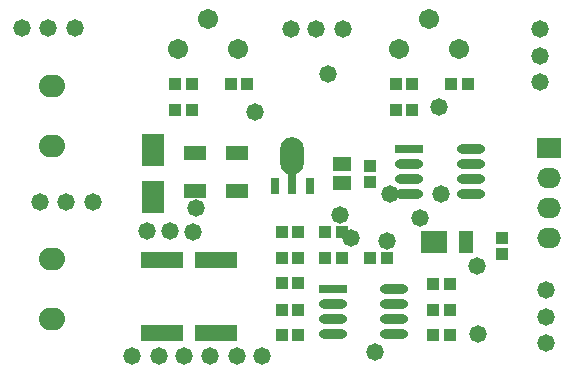
<source format=gts>
%FSLAX25Y25*%
%MOIN*%
G70*
G01*
G75*
%ADD10C,0.01000*%
%ADD11R,0.06693X0.03937*%
%ADD12O,0.08661X0.02362*%
%ADD13R,0.13465X0.04921*%
%ADD14R,0.08661X0.02362*%
%ADD15R,0.01969X0.07087*%
%ADD16O,0.07087X0.11811*%
%ADD17R,0.01969X0.04724*%
%ADD18R,0.06693X0.09843*%
%ADD19R,0.08000X0.06693*%
%ADD20R,0.03937X0.06693*%
%ADD21R,0.05118X0.03937*%
%ADD22R,0.03150X0.03543*%
%ADD23R,0.03543X0.03150*%
%ADD24C,0.04000*%
%ADD25C,0.02000*%
%ADD26C,0.01500*%
%ADD27O,0.07874X0.06693*%
%ADD28C,0.05906*%
%ADD29O,0.07087X0.05906*%
%ADD30R,0.07087X0.05906*%
%ADD31C,0.05000*%
%ADD32C,0.00787*%
%ADD33C,0.00984*%
%ADD34C,0.00600*%
%ADD35C,0.00800*%
%ADD36R,0.07493X0.04737*%
%ADD37O,0.09461X0.03162*%
%ADD38R,0.14265X0.05721*%
%ADD39R,0.09461X0.03162*%
%ADD40R,0.02768X0.07887*%
%ADD41O,0.07887X0.12611*%
%ADD42R,0.02768X0.05524*%
%ADD43R,0.07493X0.10643*%
%ADD44R,0.08800X0.07493*%
%ADD45R,0.04737X0.07493*%
%ADD46R,0.05918X0.04737*%
%ADD47R,0.03950X0.04343*%
%ADD48R,0.04343X0.03950*%
%ADD49O,0.08674X0.07493*%
%ADD50C,0.06706*%
%ADD51O,0.07887X0.06706*%
%ADD52R,0.07887X0.06706*%
%ADD53C,0.05800*%
D36*
X988337Y812582D02*
D03*
Y825180D02*
D03*
X1002337Y812582D02*
D03*
Y825180D02*
D03*
D37*
X1054810Y774881D02*
D03*
X1034337Y764881D02*
D03*
X1054810D02*
D03*
X1034337Y769881D02*
D03*
X1054810D02*
D03*
X1034337Y774881D02*
D03*
X1054810Y779881D02*
D03*
X1059837Y821381D02*
D03*
Y816381D02*
D03*
Y811381D02*
D03*
X1080310Y826381D02*
D03*
Y821381D02*
D03*
Y816381D02*
D03*
Y811381D02*
D03*
D38*
X995337Y765176D02*
D03*
Y789586D02*
D03*
X977337Y765176D02*
D03*
Y789586D02*
D03*
D39*
X1034337Y779881D02*
D03*
X1059837Y826381D02*
D03*
D40*
X1020837Y815369D02*
D03*
D41*
Y824031D02*
D03*
D42*
X1026743Y814188D02*
D03*
X1014932D02*
D03*
D43*
X974337Y826255D02*
D03*
Y810507D02*
D03*
D44*
X1068038Y795381D02*
D03*
D45*
X1078636D02*
D03*
D46*
X1037337Y815232D02*
D03*
Y821531D02*
D03*
D47*
X1052349Y790181D02*
D03*
X1046837D02*
D03*
X1022837Y790181D02*
D03*
X1017325D02*
D03*
X1031826D02*
D03*
X1037337D02*
D03*
X1073337Y772881D02*
D03*
X1067826D02*
D03*
X1073337Y764381D02*
D03*
X1067826D02*
D03*
X1017325D02*
D03*
X1022837D02*
D03*
X1031837Y798781D02*
D03*
X1037349D02*
D03*
X981837Y839676D02*
D03*
X987349D02*
D03*
X1060849D02*
D03*
X1055337D02*
D03*
X1017325Y798781D02*
D03*
X1022837D02*
D03*
X1060837Y848276D02*
D03*
X1055326D02*
D03*
X1000325D02*
D03*
X1005837D02*
D03*
X1079337D02*
D03*
X1073825D02*
D03*
X981826D02*
D03*
X987337D02*
D03*
X1017337Y781881D02*
D03*
X1022849D02*
D03*
Y772881D02*
D03*
X1017337D02*
D03*
X1067826Y781381D02*
D03*
X1073337D02*
D03*
D48*
X1090837Y796881D02*
D03*
Y791369D02*
D03*
X1046837Y820881D02*
D03*
Y815369D02*
D03*
D49*
X940837Y847381D02*
D03*
Y827381D02*
D03*
Y789881D02*
D03*
Y769881D02*
D03*
D50*
X1066337Y869881D02*
D03*
X1056337Y859881D02*
D03*
X1076337D02*
D03*
X1002837D02*
D03*
X982837D02*
D03*
X992837Y869881D02*
D03*
D51*
X1106337Y806881D02*
D03*
Y796881D02*
D03*
Y816881D02*
D03*
D52*
Y826881D02*
D03*
D53*
X1070337Y811381D02*
D03*
X1069837Y840381D02*
D03*
X1036837Y804381D02*
D03*
X1082837Y764881D02*
D03*
D03*
X1082337Y787381D02*
D03*
X1052349Y795869D02*
D03*
X1063337Y803381D02*
D03*
X1048337Y758881D02*
D03*
X1008337Y838881D02*
D03*
X1040337Y796881D02*
D03*
X1053337Y811381D02*
D03*
X988837Y806881D02*
D03*
X954337Y808881D02*
D03*
X936837D02*
D03*
X945337D02*
D03*
X948337Y866881D02*
D03*
X930837D02*
D03*
X939337D02*
D03*
X1037837Y866381D02*
D03*
X1020337D02*
D03*
X1028837D02*
D03*
X1103337D02*
D03*
Y848881D02*
D03*
Y857381D02*
D03*
X1105337Y779381D02*
D03*
Y761881D02*
D03*
Y770381D02*
D03*
X967337Y757381D02*
D03*
X984837D02*
D03*
X976337D02*
D03*
X993337D02*
D03*
X1010837D02*
D03*
X1002337D02*
D03*
X1032837Y851381D02*
D03*
X972437Y799081D02*
D03*
X979937D02*
D03*
X987837Y798981D02*
D03*
M02*

</source>
